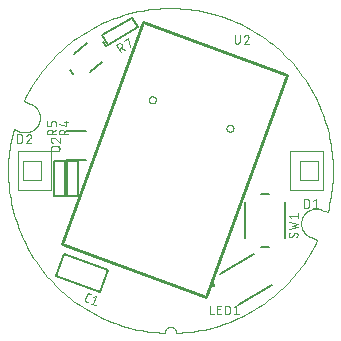
<source format=gto>
G75*
%MOIN*%
%OFA0B0*%
%FSLAX25Y25*%
%IPPOS*%
%LPD*%
%AMOC8*
5,1,8,0,0,1.08239X$1,22.5*
%
%ADD10C,0.00004*%
%ADD11C,0.00000*%
%ADD12C,0.00300*%
%ADD13C,0.01000*%
%ADD14C,0.00600*%
%ADD15C,0.00200*%
D10*
X0029475Y0069444D02*
X0031670Y0068646D01*
X0031801Y0068600D01*
X0031934Y0068558D01*
X0032068Y0068520D01*
X0032203Y0068485D01*
X0032339Y0068455D01*
X0032476Y0068428D01*
X0032613Y0068405D01*
X0032751Y0068386D01*
X0032889Y0068371D01*
X0033028Y0068360D01*
X0033167Y0068353D01*
X0033307Y0068349D01*
X0033446Y0068350D01*
X0033585Y0068354D01*
X0033724Y0068363D01*
X0033863Y0068375D01*
X0034001Y0068392D01*
X0034139Y0068412D01*
X0034276Y0068436D01*
X0034412Y0068464D01*
X0034548Y0068496D01*
X0034683Y0068532D01*
X0034816Y0068572D01*
X0034949Y0068615D01*
X0035080Y0068662D01*
X0035209Y0068713D01*
X0035338Y0068767D01*
X0035464Y0068825D01*
X0035589Y0068886D01*
X0035712Y0068951D01*
X0035834Y0069020D01*
X0035953Y0069092D01*
X0036070Y0069167D01*
X0036185Y0069246D01*
X0036298Y0069327D01*
X0036408Y0069412D01*
X0036516Y0069500D01*
X0036622Y0069591D01*
X0036724Y0069685D01*
X0036824Y0069782D01*
X0036922Y0069882D01*
X0037016Y0069984D01*
X0037108Y0070089D01*
X0037196Y0070197D01*
X0037282Y0070307D01*
X0037364Y0070419D01*
X0037443Y0070534D01*
X0037519Y0070650D01*
X0037591Y0070769D01*
X0037660Y0070890D01*
X0037726Y0071013D01*
X0037788Y0071138D01*
X0037847Y0071264D01*
X0037902Y0071392D01*
X0037953Y0071522D01*
X0038001Y0071653D01*
X0038044Y0071785D01*
X0038085Y0071918D01*
X0038121Y0072052D01*
X0038154Y0072188D01*
X0038182Y0072324D01*
X0038207Y0072461D01*
X0038228Y0072599D01*
X0038245Y0072737D01*
X0038258Y0072876D01*
X0038267Y0073015D01*
X0038273Y0073154D01*
X0038274Y0073293D01*
X0038271Y0073432D01*
X0038265Y0073572D01*
X0038254Y0073710D01*
X0038240Y0073849D01*
X0038221Y0073987D01*
X0038199Y0074125D01*
X0038173Y0074261D01*
X0038143Y0074397D01*
X0038109Y0074532D01*
X0038072Y0074667D01*
X0038030Y0074800D01*
X0037985Y0074931D01*
X0037936Y0075062D01*
X0037884Y0075191D01*
X0037828Y0075318D01*
X0037768Y0075444D01*
X0037705Y0075568D01*
X0037638Y0075690D01*
X0037568Y0075810D01*
X0037494Y0075929D01*
X0037417Y0076045D01*
X0037337Y0076159D01*
X0037254Y0076270D01*
X0037167Y0076379D01*
X0037078Y0076486D01*
X0036985Y0076590D01*
X0036890Y0076692D01*
X0036791Y0076790D01*
X0036690Y0076886D01*
X0036587Y0076979D01*
X0036480Y0077069D01*
X0036372Y0077156D01*
X0036260Y0077240D01*
X0036147Y0077321D01*
X0036031Y0077398D01*
X0035913Y0077472D01*
X0035793Y0077543D01*
X0035671Y0077611D01*
X0035548Y0077674D01*
X0035422Y0077735D01*
X0035295Y0077792D01*
X0035166Y0077845D01*
X0035036Y0077894D01*
X0035036Y0077895D02*
X0032842Y0078693D01*
X0032841Y0078694D02*
X0033420Y0079885D01*
X0034027Y0081061D01*
X0034664Y0082222D01*
X0035328Y0083368D01*
X0036020Y0084496D01*
X0036740Y0085608D01*
X0037486Y0086701D01*
X0038260Y0087776D01*
X0039059Y0088832D01*
X0039884Y0089868D01*
X0040733Y0090883D01*
X0041608Y0091877D01*
X0042506Y0092850D01*
X0043428Y0093800D01*
X0044373Y0094727D01*
X0045340Y0095631D01*
X0046330Y0096512D01*
X0047340Y0097367D01*
X0048371Y0098198D01*
X0049422Y0099003D01*
X0050492Y0099782D01*
X0051582Y0100535D01*
X0052689Y0101261D01*
X0053814Y0101960D01*
X0054955Y0102631D01*
X0056112Y0103274D01*
X0057285Y0103888D01*
X0058473Y0104474D01*
X0059674Y0105030D01*
X0060889Y0105557D01*
X0062116Y0106054D01*
X0063355Y0106521D01*
X0064605Y0106957D01*
X0065866Y0107363D01*
X0067136Y0107737D01*
X0068414Y0108081D01*
X0069701Y0108393D01*
X0070995Y0108673D01*
X0072296Y0108922D01*
X0073602Y0109139D01*
X0074913Y0109324D01*
X0076228Y0109477D01*
X0077547Y0109597D01*
X0078868Y0109686D01*
X0080190Y0109742D01*
X0081514Y0109765D01*
X0082838Y0109756D01*
X0084162Y0109715D01*
X0085484Y0109642D01*
X0086804Y0109536D01*
X0088120Y0109398D01*
X0089433Y0109228D01*
X0090742Y0109025D01*
X0092045Y0108791D01*
X0093342Y0108525D01*
X0094632Y0108227D01*
X0095915Y0107898D01*
X0097189Y0107538D01*
X0098454Y0107146D01*
X0099708Y0106724D01*
X0100953Y0106271D01*
X0102185Y0105788D01*
X0103406Y0105275D01*
X0104614Y0104732D01*
X0105808Y0104160D01*
X0106987Y0103559D01*
X0108152Y0102929D01*
X0109301Y0102270D01*
X0110433Y0101584D01*
X0111548Y0100871D01*
X0112646Y0100130D01*
X0113725Y0099363D01*
X0114785Y0098569D01*
X0115825Y0097750D01*
X0116845Y0096906D01*
X0117844Y0096037D01*
X0118821Y0095144D01*
X0119777Y0094227D01*
X0120709Y0093287D01*
X0121618Y0092324D01*
X0122504Y0091340D01*
X0123365Y0090334D01*
X0124201Y0089308D01*
X0125012Y0088261D01*
X0125797Y0087195D01*
X0126556Y0086110D01*
X0127288Y0085007D01*
X0127993Y0083886D01*
X0128670Y0082748D01*
X0129319Y0081594D01*
X0129940Y0080425D01*
X0130532Y0079240D01*
X0131095Y0078042D01*
X0131628Y0076830D01*
X0132132Y0075605D01*
X0132605Y0074369D01*
X0133048Y0073121D01*
X0133460Y0071863D01*
X0133842Y0070595D01*
X0134192Y0069318D01*
X0134511Y0068033D01*
X0134799Y0066741D01*
X0135055Y0065442D01*
X0135279Y0064137D01*
X0135471Y0062827D01*
X0135631Y0061512D01*
X0135758Y0060194D01*
X0135854Y0058874D01*
X0135917Y0057551D01*
X0135948Y0056228D01*
X0135946Y0054904D01*
X0135912Y0053580D01*
X0135846Y0052258D01*
X0135747Y0050937D01*
X0135616Y0049620D01*
X0135453Y0048306D01*
X0135258Y0046996D01*
X0135031Y0045692D01*
X0134772Y0044393D01*
X0134481Y0043102D01*
X0134159Y0041817D01*
X0131965Y0042616D01*
X0131965Y0042615D02*
X0131834Y0042661D01*
X0131701Y0042703D01*
X0131567Y0042741D01*
X0131432Y0042776D01*
X0131296Y0042806D01*
X0131159Y0042833D01*
X0131022Y0042856D01*
X0130884Y0042875D01*
X0130746Y0042890D01*
X0130607Y0042901D01*
X0130468Y0042908D01*
X0130328Y0042912D01*
X0130189Y0042911D01*
X0130050Y0042907D01*
X0129911Y0042898D01*
X0129772Y0042886D01*
X0129634Y0042869D01*
X0129496Y0042849D01*
X0129359Y0042825D01*
X0129223Y0042797D01*
X0129087Y0042765D01*
X0128952Y0042729D01*
X0128819Y0042689D01*
X0128686Y0042646D01*
X0128555Y0042599D01*
X0128426Y0042548D01*
X0128297Y0042494D01*
X0128171Y0042436D01*
X0128046Y0042375D01*
X0127923Y0042310D01*
X0127801Y0042241D01*
X0127682Y0042169D01*
X0127565Y0042094D01*
X0127450Y0042015D01*
X0127337Y0041934D01*
X0127227Y0041849D01*
X0127119Y0041761D01*
X0127013Y0041670D01*
X0126911Y0041576D01*
X0126811Y0041479D01*
X0126713Y0041379D01*
X0126619Y0041277D01*
X0126527Y0041172D01*
X0126439Y0041064D01*
X0126353Y0040954D01*
X0126271Y0040842D01*
X0126192Y0040727D01*
X0126116Y0040611D01*
X0126044Y0040492D01*
X0125975Y0040371D01*
X0125909Y0040248D01*
X0125847Y0040123D01*
X0125788Y0039997D01*
X0125733Y0039869D01*
X0125682Y0039739D01*
X0125634Y0039608D01*
X0125591Y0039476D01*
X0125550Y0039343D01*
X0125514Y0039209D01*
X0125481Y0039073D01*
X0125453Y0038937D01*
X0125428Y0038800D01*
X0125407Y0038662D01*
X0125390Y0038524D01*
X0125377Y0038385D01*
X0125368Y0038246D01*
X0125362Y0038107D01*
X0125361Y0037968D01*
X0125364Y0037829D01*
X0125370Y0037689D01*
X0125381Y0037551D01*
X0125395Y0037412D01*
X0125414Y0037274D01*
X0125436Y0037136D01*
X0125462Y0037000D01*
X0125492Y0036864D01*
X0125526Y0036729D01*
X0125563Y0036594D01*
X0125605Y0036461D01*
X0125650Y0036330D01*
X0125699Y0036199D01*
X0125751Y0036070D01*
X0125807Y0035943D01*
X0125867Y0035817D01*
X0125930Y0035693D01*
X0125997Y0035571D01*
X0126067Y0035451D01*
X0126141Y0035332D01*
X0126218Y0035216D01*
X0126298Y0035102D01*
X0126381Y0034991D01*
X0126468Y0034882D01*
X0126557Y0034775D01*
X0126650Y0034671D01*
X0126745Y0034569D01*
X0126844Y0034471D01*
X0126945Y0034375D01*
X0127048Y0034282D01*
X0127155Y0034192D01*
X0127263Y0034105D01*
X0127375Y0034021D01*
X0127488Y0033940D01*
X0127604Y0033863D01*
X0127722Y0033789D01*
X0127842Y0033718D01*
X0127964Y0033650D01*
X0128087Y0033587D01*
X0128213Y0033526D01*
X0128340Y0033469D01*
X0128469Y0033416D01*
X0128599Y0033367D01*
X0128598Y0033367D02*
X0130793Y0032568D01*
X0079849Y0001533D02*
X0078539Y0001596D01*
X0077231Y0001692D01*
X0075926Y0001818D01*
X0074624Y0001977D01*
X0073327Y0002167D01*
X0072035Y0002388D01*
X0070748Y0002641D01*
X0069468Y0002924D01*
X0068195Y0003239D01*
X0066930Y0003584D01*
X0065674Y0003960D01*
X0064427Y0004366D01*
X0063190Y0004802D01*
X0061965Y0005268D01*
X0060751Y0005764D01*
X0059549Y0006289D01*
X0058361Y0006843D01*
X0057186Y0007425D01*
X0056026Y0008036D01*
X0054881Y0008674D01*
X0053751Y0009341D01*
X0052638Y0010034D01*
X0051542Y0010754D01*
X0050464Y0011500D01*
X0049405Y0012273D01*
X0048364Y0013071D01*
X0047343Y0013893D01*
X0046342Y0014740D01*
X0045362Y0015612D01*
X0044404Y0016506D01*
X0043467Y0017424D01*
X0042553Y0018364D01*
X0041662Y0019326D01*
X0040794Y0020309D01*
X0039951Y0021313D01*
X0039132Y0022337D01*
X0038338Y0023381D01*
X0037570Y0024443D01*
X0036827Y0025524D01*
X0036111Y0026622D01*
X0035422Y0027738D01*
X0034760Y0028870D01*
X0034126Y0030017D01*
X0033520Y0031180D01*
X0032942Y0032357D01*
X0032392Y0033547D01*
X0031872Y0034751D01*
X0031381Y0035967D01*
X0030919Y0037194D01*
X0030488Y0038432D01*
X0030086Y0039681D01*
X0029715Y0040938D01*
X0029375Y0042204D01*
X0029065Y0043478D01*
X0028786Y0044760D01*
X0028538Y0046047D01*
X0028322Y0047340D01*
X0028137Y0048639D01*
X0027983Y0049941D01*
X0027861Y0051246D01*
X0027770Y0052554D01*
X0027712Y0053864D01*
X0027685Y0055175D01*
X0027690Y0056486D01*
X0027726Y0057797D01*
X0027795Y0059107D01*
X0027895Y0060414D01*
X0028026Y0061719D01*
X0028190Y0063020D01*
X0028384Y0064316D01*
X0028610Y0065608D01*
X0028868Y0066894D01*
X0029156Y0068173D01*
X0029475Y0069445D01*
X0079848Y0001533D02*
X0079852Y0001620D01*
X0079859Y0001707D01*
X0079870Y0001794D01*
X0079886Y0001880D01*
X0079904Y0001965D01*
X0079927Y0002049D01*
X0079953Y0002133D01*
X0079983Y0002215D01*
X0080017Y0002295D01*
X0080054Y0002374D01*
X0080095Y0002452D01*
X0080139Y0002527D01*
X0080186Y0002600D01*
X0080237Y0002672D01*
X0080290Y0002741D01*
X0080347Y0002807D01*
X0080407Y0002871D01*
X0080469Y0002932D01*
X0080534Y0002990D01*
X0080601Y0003046D01*
X0080671Y0003098D01*
X0080743Y0003148D01*
X0080818Y0003194D01*
X0080894Y0003236D01*
X0080972Y0003275D01*
X0081052Y0003311D01*
X0081133Y0003343D01*
X0081215Y0003372D01*
X0081299Y0003397D01*
X0081384Y0003418D01*
X0081469Y0003435D01*
X0081556Y0003449D01*
X0081643Y0003458D01*
X0081730Y0003464D01*
X0081817Y0003466D01*
X0081904Y0003464D01*
X0081991Y0003458D01*
X0082078Y0003449D01*
X0082165Y0003435D01*
X0082250Y0003418D01*
X0082335Y0003397D01*
X0082419Y0003372D01*
X0082501Y0003343D01*
X0082582Y0003311D01*
X0082662Y0003275D01*
X0082740Y0003236D01*
X0082816Y0003194D01*
X0082891Y0003148D01*
X0082963Y0003098D01*
X0083033Y0003046D01*
X0083100Y0002990D01*
X0083165Y0002932D01*
X0083227Y0002871D01*
X0083287Y0002807D01*
X0083344Y0002741D01*
X0083397Y0002672D01*
X0083448Y0002600D01*
X0083495Y0002527D01*
X0083539Y0002452D01*
X0083580Y0002374D01*
X0083617Y0002295D01*
X0083651Y0002215D01*
X0083681Y0002133D01*
X0083707Y0002049D01*
X0083730Y0001965D01*
X0083748Y0001880D01*
X0083764Y0001794D01*
X0083775Y0001707D01*
X0083782Y0001620D01*
X0083786Y0001533D01*
D11*
X0083785Y0001533D02*
X0085100Y0001597D01*
X0086413Y0001692D01*
X0087723Y0001820D01*
X0089030Y0001980D01*
X0090333Y0002171D01*
X0091630Y0002394D01*
X0092922Y0002648D01*
X0094207Y0002934D01*
X0095484Y0003251D01*
X0096754Y0003599D01*
X0098015Y0003977D01*
X0099266Y0004386D01*
X0100507Y0004826D01*
X0101737Y0005295D01*
X0102955Y0005794D01*
X0104160Y0006323D01*
X0105353Y0006881D01*
X0106531Y0007468D01*
X0107695Y0008083D01*
X0108843Y0008726D01*
X0109976Y0009397D01*
X0111092Y0010096D01*
X0112190Y0010821D01*
X0113271Y0011573D01*
X0114333Y0012351D01*
X0115376Y0013154D01*
X0116399Y0013983D01*
X0117401Y0014836D01*
X0118383Y0015713D01*
X0119343Y0016614D01*
X0120280Y0017538D01*
X0121195Y0018485D01*
X0122087Y0019453D01*
X0122955Y0020443D01*
X0123798Y0021454D01*
X0124617Y0022485D01*
X0125410Y0023535D01*
X0126178Y0024605D01*
X0126919Y0025692D01*
X0127633Y0026798D01*
X0128321Y0027921D01*
X0128981Y0029060D01*
X0129613Y0030214D01*
X0130217Y0031384D01*
X0130792Y0032568D01*
X0100451Y0069782D02*
X0100453Y0069851D01*
X0100459Y0069919D01*
X0100469Y0069987D01*
X0100483Y0070054D01*
X0100501Y0070121D01*
X0100522Y0070186D01*
X0100548Y0070250D01*
X0100577Y0070312D01*
X0100609Y0070372D01*
X0100645Y0070431D01*
X0100685Y0070487D01*
X0100727Y0070541D01*
X0100773Y0070592D01*
X0100822Y0070641D01*
X0100873Y0070687D01*
X0100927Y0070729D01*
X0100983Y0070769D01*
X0101041Y0070805D01*
X0101102Y0070837D01*
X0101164Y0070866D01*
X0101228Y0070892D01*
X0101293Y0070913D01*
X0101360Y0070931D01*
X0101427Y0070945D01*
X0101495Y0070955D01*
X0101563Y0070961D01*
X0101632Y0070963D01*
X0101701Y0070961D01*
X0101769Y0070955D01*
X0101837Y0070945D01*
X0101904Y0070931D01*
X0101971Y0070913D01*
X0102036Y0070892D01*
X0102100Y0070866D01*
X0102162Y0070837D01*
X0102222Y0070805D01*
X0102281Y0070769D01*
X0102337Y0070729D01*
X0102391Y0070687D01*
X0102442Y0070641D01*
X0102491Y0070592D01*
X0102537Y0070541D01*
X0102579Y0070487D01*
X0102619Y0070431D01*
X0102655Y0070372D01*
X0102687Y0070312D01*
X0102716Y0070250D01*
X0102742Y0070186D01*
X0102763Y0070121D01*
X0102781Y0070054D01*
X0102795Y0069987D01*
X0102805Y0069919D01*
X0102811Y0069851D01*
X0102813Y0069782D01*
X0102811Y0069713D01*
X0102805Y0069645D01*
X0102795Y0069577D01*
X0102781Y0069510D01*
X0102763Y0069443D01*
X0102742Y0069378D01*
X0102716Y0069314D01*
X0102687Y0069252D01*
X0102655Y0069191D01*
X0102619Y0069133D01*
X0102579Y0069077D01*
X0102537Y0069023D01*
X0102491Y0068972D01*
X0102442Y0068923D01*
X0102391Y0068877D01*
X0102337Y0068835D01*
X0102281Y0068795D01*
X0102223Y0068759D01*
X0102162Y0068727D01*
X0102100Y0068698D01*
X0102036Y0068672D01*
X0101971Y0068651D01*
X0101904Y0068633D01*
X0101837Y0068619D01*
X0101769Y0068609D01*
X0101701Y0068603D01*
X0101632Y0068601D01*
X0101563Y0068603D01*
X0101495Y0068609D01*
X0101427Y0068619D01*
X0101360Y0068633D01*
X0101293Y0068651D01*
X0101228Y0068672D01*
X0101164Y0068698D01*
X0101102Y0068727D01*
X0101041Y0068759D01*
X0100983Y0068795D01*
X0100927Y0068835D01*
X0100873Y0068877D01*
X0100822Y0068923D01*
X0100773Y0068972D01*
X0100727Y0069023D01*
X0100685Y0069077D01*
X0100645Y0069133D01*
X0100609Y0069191D01*
X0100577Y0069252D01*
X0100548Y0069314D01*
X0100522Y0069378D01*
X0100501Y0069443D01*
X0100483Y0069510D01*
X0100469Y0069577D01*
X0100459Y0069645D01*
X0100453Y0069713D01*
X0100451Y0069782D01*
X0074554Y0079208D02*
X0074556Y0079277D01*
X0074562Y0079345D01*
X0074572Y0079413D01*
X0074586Y0079480D01*
X0074604Y0079547D01*
X0074625Y0079612D01*
X0074651Y0079676D01*
X0074680Y0079738D01*
X0074712Y0079798D01*
X0074748Y0079857D01*
X0074788Y0079913D01*
X0074830Y0079967D01*
X0074876Y0080018D01*
X0074925Y0080067D01*
X0074976Y0080113D01*
X0075030Y0080155D01*
X0075086Y0080195D01*
X0075144Y0080231D01*
X0075205Y0080263D01*
X0075267Y0080292D01*
X0075331Y0080318D01*
X0075396Y0080339D01*
X0075463Y0080357D01*
X0075530Y0080371D01*
X0075598Y0080381D01*
X0075666Y0080387D01*
X0075735Y0080389D01*
X0075804Y0080387D01*
X0075872Y0080381D01*
X0075940Y0080371D01*
X0076007Y0080357D01*
X0076074Y0080339D01*
X0076139Y0080318D01*
X0076203Y0080292D01*
X0076265Y0080263D01*
X0076325Y0080231D01*
X0076384Y0080195D01*
X0076440Y0080155D01*
X0076494Y0080113D01*
X0076545Y0080067D01*
X0076594Y0080018D01*
X0076640Y0079967D01*
X0076682Y0079913D01*
X0076722Y0079857D01*
X0076758Y0079798D01*
X0076790Y0079738D01*
X0076819Y0079676D01*
X0076845Y0079612D01*
X0076866Y0079547D01*
X0076884Y0079480D01*
X0076898Y0079413D01*
X0076908Y0079345D01*
X0076914Y0079277D01*
X0076916Y0079208D01*
X0076914Y0079139D01*
X0076908Y0079071D01*
X0076898Y0079003D01*
X0076884Y0078936D01*
X0076866Y0078869D01*
X0076845Y0078804D01*
X0076819Y0078740D01*
X0076790Y0078678D01*
X0076758Y0078617D01*
X0076722Y0078559D01*
X0076682Y0078503D01*
X0076640Y0078449D01*
X0076594Y0078398D01*
X0076545Y0078349D01*
X0076494Y0078303D01*
X0076440Y0078261D01*
X0076384Y0078221D01*
X0076326Y0078185D01*
X0076265Y0078153D01*
X0076203Y0078124D01*
X0076139Y0078098D01*
X0076074Y0078077D01*
X0076007Y0078059D01*
X0075940Y0078045D01*
X0075872Y0078035D01*
X0075804Y0078029D01*
X0075735Y0078027D01*
X0075666Y0078029D01*
X0075598Y0078035D01*
X0075530Y0078045D01*
X0075463Y0078059D01*
X0075396Y0078077D01*
X0075331Y0078098D01*
X0075267Y0078124D01*
X0075205Y0078153D01*
X0075144Y0078185D01*
X0075086Y0078221D01*
X0075030Y0078261D01*
X0074976Y0078303D01*
X0074925Y0078349D01*
X0074876Y0078398D01*
X0074830Y0078449D01*
X0074788Y0078503D01*
X0074748Y0078559D01*
X0074712Y0078617D01*
X0074680Y0078678D01*
X0074651Y0078740D01*
X0074625Y0078804D01*
X0074604Y0078869D01*
X0074586Y0078936D01*
X0074572Y0079003D01*
X0074562Y0079071D01*
X0074556Y0079139D01*
X0074554Y0079208D01*
D12*
X0065150Y0095038D02*
X0063700Y0097550D01*
X0064397Y0097952D01*
X0064397Y0097953D02*
X0064447Y0097979D01*
X0064498Y0098002D01*
X0064551Y0098022D01*
X0064605Y0098037D01*
X0064660Y0098049D01*
X0064716Y0098057D01*
X0064772Y0098061D01*
X0064828Y0098061D01*
X0064884Y0098057D01*
X0064940Y0098049D01*
X0064995Y0098037D01*
X0065049Y0098022D01*
X0065102Y0098002D01*
X0065153Y0097979D01*
X0065203Y0097953D01*
X0065251Y0097923D01*
X0065296Y0097890D01*
X0065339Y0097854D01*
X0065380Y0097815D01*
X0065417Y0097773D01*
X0065452Y0097729D01*
X0065484Y0097682D01*
X0065512Y0097633D01*
X0065536Y0097583D01*
X0065557Y0097531D01*
X0065575Y0097477D01*
X0065588Y0097423D01*
X0065598Y0097367D01*
X0065604Y0097311D01*
X0065606Y0097255D01*
X0065604Y0097199D01*
X0065598Y0097143D01*
X0065588Y0097087D01*
X0065575Y0097033D01*
X0065557Y0096979D01*
X0065536Y0096927D01*
X0065512Y0096877D01*
X0065484Y0096828D01*
X0065452Y0096781D01*
X0065417Y0096737D01*
X0065380Y0096695D01*
X0065339Y0096656D01*
X0065296Y0096620D01*
X0065251Y0096587D01*
X0065203Y0096557D01*
X0064505Y0096154D01*
X0065343Y0096638D02*
X0066545Y0095844D01*
X0068324Y0096871D02*
X0067572Y0099785D01*
X0066177Y0098980D01*
X0066338Y0098700D01*
X0046959Y0072154D02*
X0046959Y0070543D01*
X0044703Y0071187D01*
X0043666Y0071510D02*
X0043666Y0070543D01*
X0043666Y0071510D02*
X0043664Y0071558D01*
X0043659Y0071606D01*
X0043650Y0071653D01*
X0043637Y0071700D01*
X0043621Y0071745D01*
X0043602Y0071789D01*
X0043580Y0071832D01*
X0043554Y0071873D01*
X0043525Y0071912D01*
X0043494Y0071948D01*
X0043460Y0071982D01*
X0043424Y0072013D01*
X0043385Y0072042D01*
X0043344Y0072068D01*
X0043301Y0072090D01*
X0043257Y0072109D01*
X0043212Y0072125D01*
X0043165Y0072138D01*
X0043118Y0072147D01*
X0043070Y0072152D01*
X0043022Y0072154D01*
X0042700Y0072154D01*
X0042649Y0072152D01*
X0042599Y0072146D01*
X0042550Y0072136D01*
X0042501Y0072122D01*
X0042454Y0072105D01*
X0042408Y0072084D01*
X0042364Y0072059D01*
X0042321Y0072031D01*
X0042282Y0072000D01*
X0042245Y0071965D01*
X0042210Y0071928D01*
X0042179Y0071889D01*
X0042151Y0071846D01*
X0042126Y0071802D01*
X0042105Y0071756D01*
X0042088Y0071709D01*
X0042074Y0071660D01*
X0042064Y0071611D01*
X0042058Y0071561D01*
X0042056Y0071510D01*
X0042055Y0071510D02*
X0042055Y0070543D01*
X0040766Y0070543D01*
X0040766Y0072154D01*
X0042378Y0068650D02*
X0043666Y0069294D01*
X0044703Y0068489D02*
X0044703Y0067683D01*
X0047603Y0067683D01*
X0046315Y0067683D02*
X0046315Y0068489D01*
X0046315Y0068650D02*
X0047603Y0069294D01*
X0046315Y0068489D02*
X0046313Y0068544D01*
X0046307Y0068599D01*
X0046298Y0068653D01*
X0046285Y0068706D01*
X0046268Y0068759D01*
X0046248Y0068810D01*
X0046225Y0068860D01*
X0046198Y0068908D01*
X0046167Y0068954D01*
X0046134Y0068998D01*
X0046098Y0069039D01*
X0046059Y0069078D01*
X0046018Y0069114D01*
X0045974Y0069147D01*
X0045928Y0069178D01*
X0045880Y0069205D01*
X0045830Y0069228D01*
X0045779Y0069248D01*
X0045726Y0069265D01*
X0045673Y0069278D01*
X0045619Y0069287D01*
X0045564Y0069293D01*
X0045509Y0069295D01*
X0045454Y0069293D01*
X0045399Y0069287D01*
X0045345Y0069278D01*
X0045292Y0069265D01*
X0045239Y0069248D01*
X0045188Y0069228D01*
X0045138Y0069205D01*
X0045090Y0069178D01*
X0045044Y0069147D01*
X0045000Y0069114D01*
X0044959Y0069078D01*
X0044920Y0069039D01*
X0044884Y0068998D01*
X0044851Y0068954D01*
X0044820Y0068908D01*
X0044793Y0068860D01*
X0044770Y0068810D01*
X0044750Y0068759D01*
X0044733Y0068706D01*
X0044720Y0068653D01*
X0044711Y0068599D01*
X0044705Y0068544D01*
X0044703Y0068489D01*
X0043666Y0067683D02*
X0040766Y0067683D01*
X0040766Y0068489D01*
X0040768Y0068544D01*
X0040774Y0068599D01*
X0040783Y0068653D01*
X0040796Y0068706D01*
X0040813Y0068759D01*
X0040833Y0068810D01*
X0040856Y0068860D01*
X0040883Y0068908D01*
X0040914Y0068954D01*
X0040947Y0068998D01*
X0040983Y0069039D01*
X0041022Y0069078D01*
X0041063Y0069114D01*
X0041107Y0069147D01*
X0041153Y0069178D01*
X0041201Y0069205D01*
X0041251Y0069228D01*
X0041302Y0069248D01*
X0041355Y0069265D01*
X0041408Y0069278D01*
X0041462Y0069287D01*
X0041517Y0069293D01*
X0041572Y0069295D01*
X0041627Y0069293D01*
X0041682Y0069287D01*
X0041736Y0069278D01*
X0041789Y0069265D01*
X0041842Y0069248D01*
X0041893Y0069228D01*
X0041943Y0069205D01*
X0041991Y0069178D01*
X0042037Y0069147D01*
X0042081Y0069114D01*
X0042122Y0069078D01*
X0042161Y0069039D01*
X0042197Y0068998D01*
X0042230Y0068954D01*
X0042261Y0068908D01*
X0042288Y0068860D01*
X0042311Y0068810D01*
X0042331Y0068759D01*
X0042348Y0068706D01*
X0042361Y0068653D01*
X0042370Y0068599D01*
X0042376Y0068544D01*
X0042378Y0068489D01*
X0042378Y0067683D01*
X0042053Y0062127D02*
X0031030Y0062127D01*
X0031030Y0049135D01*
X0042053Y0049135D01*
X0042053Y0062127D01*
X0038510Y0058780D02*
X0032605Y0058780D01*
X0032605Y0052481D01*
X0038510Y0052481D01*
X0038510Y0058780D01*
X0035373Y0064836D02*
X0033762Y0064836D01*
X0035132Y0066447D01*
X0034648Y0067735D02*
X0034589Y0067733D01*
X0034531Y0067728D01*
X0034473Y0067718D01*
X0034416Y0067706D01*
X0034360Y0067689D01*
X0034305Y0067670D01*
X0034251Y0067646D01*
X0034199Y0067620D01*
X0034149Y0067590D01*
X0034100Y0067557D01*
X0034054Y0067521D01*
X0034010Y0067482D01*
X0033969Y0067441D01*
X0033930Y0067397D01*
X0033894Y0067351D01*
X0033862Y0067302D01*
X0033832Y0067252D01*
X0033805Y0067200D01*
X0033782Y0067146D01*
X0033762Y0067091D01*
X0035131Y0066447D02*
X0035168Y0066484D01*
X0035202Y0066524D01*
X0035234Y0066566D01*
X0035262Y0066611D01*
X0035288Y0066657D01*
X0035310Y0066704D01*
X0035329Y0066753D01*
X0035345Y0066803D01*
X0035357Y0066854D01*
X0035366Y0066906D01*
X0035371Y0066958D01*
X0035373Y0067011D01*
X0035371Y0067063D01*
X0035366Y0067114D01*
X0035356Y0067165D01*
X0035344Y0067215D01*
X0035327Y0067264D01*
X0035307Y0067312D01*
X0035284Y0067358D01*
X0035258Y0067403D01*
X0035228Y0067445D01*
X0035196Y0067486D01*
X0035161Y0067524D01*
X0035123Y0067559D01*
X0035082Y0067591D01*
X0035040Y0067621D01*
X0034995Y0067647D01*
X0034949Y0067670D01*
X0034901Y0067690D01*
X0034852Y0067707D01*
X0034802Y0067719D01*
X0034751Y0067729D01*
X0034700Y0067734D01*
X0034648Y0067736D01*
X0032397Y0066930D02*
X0032397Y0065641D01*
X0032398Y0065641D02*
X0032396Y0065586D01*
X0032390Y0065531D01*
X0032381Y0065477D01*
X0032368Y0065424D01*
X0032351Y0065371D01*
X0032331Y0065320D01*
X0032308Y0065270D01*
X0032281Y0065222D01*
X0032250Y0065176D01*
X0032217Y0065132D01*
X0032181Y0065091D01*
X0032142Y0065052D01*
X0032101Y0065016D01*
X0032057Y0064983D01*
X0032011Y0064952D01*
X0031963Y0064925D01*
X0031913Y0064902D01*
X0031862Y0064882D01*
X0031809Y0064865D01*
X0031756Y0064852D01*
X0031702Y0064843D01*
X0031647Y0064837D01*
X0031592Y0064835D01*
X0031592Y0064836D02*
X0030786Y0064836D01*
X0030786Y0067736D01*
X0031592Y0067736D01*
X0031647Y0067734D01*
X0031702Y0067728D01*
X0031756Y0067719D01*
X0031809Y0067706D01*
X0031862Y0067689D01*
X0031913Y0067669D01*
X0031963Y0067646D01*
X0032011Y0067619D01*
X0032057Y0067588D01*
X0032101Y0067555D01*
X0032142Y0067519D01*
X0032181Y0067480D01*
X0032217Y0067439D01*
X0032250Y0067395D01*
X0032281Y0067349D01*
X0032308Y0067301D01*
X0032331Y0067251D01*
X0032351Y0067200D01*
X0032368Y0067147D01*
X0032381Y0067094D01*
X0032390Y0067040D01*
X0032396Y0066985D01*
X0032398Y0066930D01*
X0046315Y0071671D02*
X0047603Y0071671D01*
X0103227Y0098712D02*
X0103227Y0100807D01*
X0104838Y0100807D02*
X0104838Y0098712D01*
X0104839Y0098712D02*
X0104837Y0098657D01*
X0104831Y0098602D01*
X0104822Y0098548D01*
X0104809Y0098495D01*
X0104792Y0098442D01*
X0104772Y0098391D01*
X0104749Y0098341D01*
X0104722Y0098293D01*
X0104691Y0098247D01*
X0104658Y0098203D01*
X0104622Y0098162D01*
X0104583Y0098123D01*
X0104542Y0098087D01*
X0104498Y0098054D01*
X0104452Y0098023D01*
X0104404Y0097996D01*
X0104354Y0097973D01*
X0104303Y0097953D01*
X0104250Y0097936D01*
X0104197Y0097923D01*
X0104143Y0097914D01*
X0104088Y0097908D01*
X0104033Y0097906D01*
X0103978Y0097908D01*
X0103923Y0097914D01*
X0103869Y0097923D01*
X0103816Y0097936D01*
X0103763Y0097953D01*
X0103712Y0097973D01*
X0103662Y0097996D01*
X0103614Y0098023D01*
X0103568Y0098054D01*
X0103524Y0098087D01*
X0103483Y0098123D01*
X0103444Y0098162D01*
X0103408Y0098203D01*
X0103375Y0098247D01*
X0103344Y0098293D01*
X0103317Y0098341D01*
X0103294Y0098391D01*
X0103274Y0098442D01*
X0103257Y0098495D01*
X0103244Y0098548D01*
X0103235Y0098602D01*
X0103229Y0098657D01*
X0103227Y0098712D01*
X0106203Y0097907D02*
X0107814Y0097907D01*
X0106203Y0097907D02*
X0107572Y0099518D01*
X0107089Y0100806D02*
X0107030Y0100804D01*
X0106972Y0100799D01*
X0106914Y0100789D01*
X0106857Y0100777D01*
X0106801Y0100760D01*
X0106746Y0100741D01*
X0106692Y0100717D01*
X0106640Y0100691D01*
X0106590Y0100661D01*
X0106541Y0100628D01*
X0106495Y0100592D01*
X0106451Y0100553D01*
X0106410Y0100512D01*
X0106371Y0100468D01*
X0106335Y0100422D01*
X0106303Y0100373D01*
X0106273Y0100323D01*
X0106246Y0100271D01*
X0106223Y0100217D01*
X0106203Y0100162D01*
X0107572Y0099518D02*
X0107609Y0099555D01*
X0107643Y0099595D01*
X0107675Y0099637D01*
X0107703Y0099682D01*
X0107729Y0099728D01*
X0107751Y0099775D01*
X0107770Y0099824D01*
X0107786Y0099874D01*
X0107798Y0099925D01*
X0107807Y0099977D01*
X0107812Y0100029D01*
X0107814Y0100082D01*
X0107812Y0100134D01*
X0107807Y0100185D01*
X0107797Y0100236D01*
X0107785Y0100286D01*
X0107768Y0100335D01*
X0107748Y0100383D01*
X0107725Y0100429D01*
X0107699Y0100474D01*
X0107669Y0100516D01*
X0107637Y0100557D01*
X0107602Y0100595D01*
X0107564Y0100630D01*
X0107523Y0100662D01*
X0107481Y0100692D01*
X0107436Y0100718D01*
X0107390Y0100741D01*
X0107342Y0100761D01*
X0107293Y0100778D01*
X0107243Y0100790D01*
X0107192Y0100800D01*
X0107141Y0100805D01*
X0107089Y0100807D01*
X0121581Y0062127D02*
X0121581Y0049135D01*
X0132605Y0049135D01*
X0132605Y0062127D01*
X0121581Y0062127D01*
X0125124Y0058780D02*
X0125124Y0052481D01*
X0131030Y0052481D01*
X0131030Y0058780D01*
X0125124Y0058780D01*
X0126455Y0046082D02*
X0127261Y0046082D01*
X0127261Y0046083D02*
X0127316Y0046081D01*
X0127371Y0046075D01*
X0127425Y0046066D01*
X0127478Y0046053D01*
X0127531Y0046036D01*
X0127582Y0046016D01*
X0127632Y0045993D01*
X0127680Y0045966D01*
X0127726Y0045935D01*
X0127770Y0045902D01*
X0127811Y0045866D01*
X0127850Y0045827D01*
X0127886Y0045786D01*
X0127919Y0045742D01*
X0127950Y0045696D01*
X0127977Y0045648D01*
X0128000Y0045598D01*
X0128020Y0045547D01*
X0128037Y0045494D01*
X0128050Y0045441D01*
X0128059Y0045387D01*
X0128065Y0045332D01*
X0128067Y0045277D01*
X0128066Y0045277D02*
X0128066Y0043988D01*
X0128067Y0043988D02*
X0128065Y0043933D01*
X0128059Y0043878D01*
X0128050Y0043824D01*
X0128037Y0043771D01*
X0128020Y0043718D01*
X0128000Y0043667D01*
X0127977Y0043617D01*
X0127950Y0043569D01*
X0127919Y0043523D01*
X0127886Y0043479D01*
X0127850Y0043438D01*
X0127811Y0043399D01*
X0127770Y0043363D01*
X0127726Y0043330D01*
X0127680Y0043299D01*
X0127632Y0043272D01*
X0127582Y0043249D01*
X0127531Y0043229D01*
X0127478Y0043212D01*
X0127425Y0043199D01*
X0127371Y0043190D01*
X0127316Y0043184D01*
X0127261Y0043182D01*
X0126455Y0043182D01*
X0126455Y0046082D01*
X0129431Y0045438D02*
X0130237Y0046082D01*
X0130237Y0043182D01*
X0131042Y0043182D02*
X0129431Y0043182D01*
X0124187Y0041383D02*
X0124187Y0039772D01*
X0124187Y0040577D02*
X0121287Y0040577D01*
X0121931Y0039772D01*
X0121287Y0038602D02*
X0124187Y0037958D01*
X0122254Y0037313D01*
X0124187Y0036669D01*
X0121287Y0036024D01*
X0122495Y0033742D02*
X0122469Y0033702D01*
X0122440Y0033663D01*
X0122408Y0033626D01*
X0122373Y0033592D01*
X0122336Y0033561D01*
X0122297Y0033532D01*
X0122256Y0033506D01*
X0122213Y0033484D01*
X0122168Y0033465D01*
X0122122Y0033449D01*
X0122076Y0033436D01*
X0122028Y0033427D01*
X0121980Y0033422D01*
X0121931Y0033420D01*
X0121931Y0033421D02*
X0121883Y0033423D01*
X0121835Y0033428D01*
X0121788Y0033437D01*
X0121741Y0033450D01*
X0121696Y0033466D01*
X0121652Y0033485D01*
X0121609Y0033507D01*
X0121568Y0033533D01*
X0121529Y0033562D01*
X0121493Y0033593D01*
X0121459Y0033627D01*
X0121428Y0033663D01*
X0121399Y0033702D01*
X0121373Y0033743D01*
X0121351Y0033786D01*
X0121332Y0033830D01*
X0121316Y0033875D01*
X0121303Y0033922D01*
X0121294Y0033969D01*
X0121289Y0034017D01*
X0121287Y0034065D01*
X0121289Y0034130D01*
X0121294Y0034194D01*
X0121303Y0034259D01*
X0121315Y0034322D01*
X0121330Y0034385D01*
X0121349Y0034447D01*
X0121371Y0034508D01*
X0121396Y0034567D01*
X0121425Y0034626D01*
X0121457Y0034682D01*
X0121491Y0034737D01*
X0121529Y0034790D01*
X0123783Y0033340D02*
X0123833Y0033391D01*
X0123880Y0033446D01*
X0123923Y0033502D01*
X0123964Y0033561D01*
X0124002Y0033622D01*
X0124036Y0033685D01*
X0124067Y0033750D01*
X0124095Y0033816D01*
X0124119Y0033883D01*
X0124139Y0033952D01*
X0124156Y0034022D01*
X0124169Y0034092D01*
X0124178Y0034163D01*
X0124184Y0034234D01*
X0124186Y0034306D01*
X0124184Y0034354D01*
X0124179Y0034402D01*
X0124170Y0034449D01*
X0124157Y0034496D01*
X0124141Y0034541D01*
X0124122Y0034585D01*
X0124100Y0034628D01*
X0124074Y0034669D01*
X0124045Y0034708D01*
X0124014Y0034744D01*
X0123980Y0034778D01*
X0123944Y0034809D01*
X0123905Y0034838D01*
X0123864Y0034864D01*
X0123821Y0034886D01*
X0123777Y0034905D01*
X0123732Y0034921D01*
X0123685Y0034934D01*
X0123638Y0034943D01*
X0123590Y0034948D01*
X0123542Y0034950D01*
X0122979Y0034629D02*
X0122495Y0033743D01*
X0122978Y0034629D02*
X0123004Y0034669D01*
X0123033Y0034708D01*
X0123065Y0034745D01*
X0123100Y0034779D01*
X0123137Y0034810D01*
X0123176Y0034839D01*
X0123217Y0034865D01*
X0123260Y0034887D01*
X0123305Y0034906D01*
X0123351Y0034922D01*
X0123397Y0034935D01*
X0123445Y0034944D01*
X0123493Y0034949D01*
X0123542Y0034951D01*
X0103727Y0010649D02*
X0103727Y0007749D01*
X0104532Y0007749D02*
X0102921Y0007749D01*
X0101556Y0008555D02*
X0101556Y0009844D01*
X0101557Y0009844D02*
X0101555Y0009899D01*
X0101549Y0009954D01*
X0101540Y0010008D01*
X0101527Y0010061D01*
X0101510Y0010114D01*
X0101490Y0010165D01*
X0101467Y0010215D01*
X0101440Y0010263D01*
X0101409Y0010309D01*
X0101376Y0010353D01*
X0101340Y0010394D01*
X0101301Y0010433D01*
X0101260Y0010469D01*
X0101216Y0010502D01*
X0101170Y0010533D01*
X0101122Y0010560D01*
X0101072Y0010583D01*
X0101021Y0010603D01*
X0100968Y0010620D01*
X0100915Y0010633D01*
X0100861Y0010642D01*
X0100806Y0010648D01*
X0100751Y0010650D01*
X0100751Y0010649D02*
X0099945Y0010649D01*
X0099945Y0007749D01*
X0100751Y0007749D01*
X0100806Y0007751D01*
X0100861Y0007757D01*
X0100915Y0007766D01*
X0100968Y0007779D01*
X0101021Y0007796D01*
X0101072Y0007816D01*
X0101122Y0007839D01*
X0101170Y0007866D01*
X0101216Y0007897D01*
X0101260Y0007930D01*
X0101301Y0007966D01*
X0101340Y0008005D01*
X0101376Y0008046D01*
X0101409Y0008090D01*
X0101440Y0008136D01*
X0101467Y0008184D01*
X0101490Y0008234D01*
X0101510Y0008285D01*
X0101527Y0008338D01*
X0101540Y0008391D01*
X0101549Y0008445D01*
X0101555Y0008500D01*
X0101557Y0008555D01*
X0102921Y0010005D02*
X0103727Y0010649D01*
X0098744Y0010649D02*
X0097455Y0010649D01*
X0097455Y0007749D01*
X0098744Y0007749D01*
X0098422Y0009360D02*
X0097455Y0009360D01*
X0096248Y0007749D02*
X0094959Y0007749D01*
X0094959Y0010649D01*
X0057049Y0013755D02*
X0056058Y0011029D01*
X0055301Y0011305D02*
X0056815Y0010754D01*
X0054248Y0011688D02*
X0053642Y0011909D01*
X0053643Y0011909D02*
X0053598Y0011927D01*
X0053555Y0011948D01*
X0053514Y0011973D01*
X0053474Y0012001D01*
X0053437Y0012031D01*
X0053402Y0012064D01*
X0053370Y0012100D01*
X0053340Y0012138D01*
X0053313Y0012178D01*
X0053290Y0012220D01*
X0053270Y0012264D01*
X0053253Y0012309D01*
X0053239Y0012355D01*
X0053229Y0012402D01*
X0053222Y0012450D01*
X0053219Y0012498D01*
X0053220Y0012546D01*
X0053224Y0012594D01*
X0053232Y0012642D01*
X0053243Y0012688D01*
X0053258Y0012734D01*
X0053257Y0012734D02*
X0053808Y0014248D01*
X0053809Y0014248D02*
X0053827Y0014293D01*
X0053848Y0014336D01*
X0053873Y0014377D01*
X0053901Y0014417D01*
X0053931Y0014454D01*
X0053964Y0014489D01*
X0054000Y0014521D01*
X0054038Y0014551D01*
X0054078Y0014578D01*
X0054120Y0014601D01*
X0054164Y0014621D01*
X0054209Y0014638D01*
X0054255Y0014652D01*
X0054302Y0014662D01*
X0054350Y0014669D01*
X0054398Y0014672D01*
X0054446Y0014671D01*
X0054494Y0014667D01*
X0054542Y0014659D01*
X0054588Y0014648D01*
X0054634Y0014633D01*
X0054634Y0014634D02*
X0055240Y0014413D01*
X0056072Y0013424D02*
X0057049Y0013755D01*
D13*
X0045614Y0031102D02*
X0072545Y0105093D01*
X0120713Y0087561D01*
X0093783Y0013570D01*
X0045614Y0031102D01*
D14*
X0046314Y0027672D02*
X0043667Y0020399D01*
X0058265Y0015085D01*
X0060913Y0022359D01*
X0046314Y0027672D01*
X0046711Y0047076D02*
X0042908Y0047076D01*
X0042908Y0058674D01*
X0046711Y0058674D01*
X0046711Y0047076D01*
X0047238Y0047076D02*
X0047238Y0058674D01*
X0051042Y0058674D01*
X0051042Y0047076D01*
X0047238Y0047076D01*
X0047121Y0059098D02*
X0053521Y0059098D01*
X0053521Y0068698D02*
X0047121Y0068698D01*
X0049370Y0087963D02*
X0048341Y0089189D01*
X0049731Y0094533D02*
X0053868Y0098004D01*
X0058915Y0100835D02*
X0068960Y0106634D01*
X0070861Y0103340D01*
X0060817Y0097541D01*
X0058915Y0100835D01*
X0059372Y0098445D02*
X0060401Y0097219D01*
X0059010Y0091875D02*
X0054874Y0088404D01*
X0106513Y0045195D02*
X0106513Y0032995D01*
X0109730Y0027906D02*
X0098298Y0021306D01*
X0096417Y0017565D02*
X0096398Y0017593D01*
X0096377Y0017619D01*
X0096353Y0017642D01*
X0096326Y0017663D01*
X0096297Y0017680D01*
X0096267Y0017694D01*
X0096235Y0017705D01*
X0096202Y0017712D01*
X0096168Y0017715D01*
X0096135Y0017714D01*
X0096101Y0017710D01*
X0096069Y0017702D01*
X0096037Y0017690D01*
X0096007Y0017675D01*
X0095979Y0017656D01*
X0095953Y0017635D01*
X0095930Y0017611D01*
X0095909Y0017584D01*
X0095892Y0017555D01*
X0095878Y0017525D01*
X0095867Y0017493D01*
X0095860Y0017460D01*
X0095857Y0017426D01*
X0095858Y0017393D01*
X0095862Y0017359D01*
X0095870Y0017327D01*
X0095882Y0017295D01*
X0095897Y0017265D01*
X0095916Y0017237D01*
X0095937Y0017211D01*
X0095961Y0017188D01*
X0095988Y0017167D01*
X0096017Y0017150D01*
X0096047Y0017136D01*
X0096079Y0017125D01*
X0096112Y0017118D01*
X0096146Y0017115D01*
X0096179Y0017116D01*
X0096213Y0017120D01*
X0096245Y0017128D01*
X0096277Y0017140D01*
X0096307Y0017155D01*
X0096335Y0017174D01*
X0096361Y0017195D01*
X0096384Y0017219D01*
X0096405Y0017246D01*
X0096422Y0017275D01*
X0096436Y0017305D01*
X0096447Y0017337D01*
X0096454Y0017370D01*
X0096457Y0017404D01*
X0096456Y0017437D01*
X0096452Y0017471D01*
X0096444Y0017503D01*
X0096432Y0017535D01*
X0096417Y0017565D01*
X0104298Y0010914D02*
X0115730Y0017514D01*
X0114713Y0030295D02*
X0111913Y0030295D01*
X0120113Y0032995D02*
X0120113Y0045195D01*
X0114713Y0047895D02*
X0111913Y0047895D01*
D15*
X0044847Y0064122D02*
X0044180Y0063455D01*
X0044014Y0063789D02*
X0042680Y0063789D01*
X0042680Y0063788D02*
X0042623Y0063786D01*
X0042567Y0063780D01*
X0042511Y0063771D01*
X0042455Y0063757D01*
X0042401Y0063740D01*
X0042348Y0063719D01*
X0042297Y0063695D01*
X0042247Y0063667D01*
X0042200Y0063636D01*
X0042154Y0063601D01*
X0042111Y0063564D01*
X0042071Y0063524D01*
X0042034Y0063481D01*
X0041999Y0063435D01*
X0041968Y0063388D01*
X0041940Y0063338D01*
X0041916Y0063287D01*
X0041895Y0063234D01*
X0041878Y0063180D01*
X0041864Y0063124D01*
X0041855Y0063068D01*
X0041849Y0063012D01*
X0041847Y0062955D01*
X0041849Y0062898D01*
X0041855Y0062842D01*
X0041864Y0062786D01*
X0041878Y0062730D01*
X0041895Y0062676D01*
X0041916Y0062623D01*
X0041940Y0062572D01*
X0041968Y0062522D01*
X0041999Y0062475D01*
X0042034Y0062429D01*
X0042071Y0062386D01*
X0042111Y0062346D01*
X0042154Y0062309D01*
X0042200Y0062274D01*
X0042247Y0062243D01*
X0042297Y0062215D01*
X0042348Y0062191D01*
X0042401Y0062170D01*
X0042455Y0062153D01*
X0042511Y0062139D01*
X0042567Y0062130D01*
X0042623Y0062124D01*
X0042680Y0062122D01*
X0044014Y0062122D01*
X0044071Y0062124D01*
X0044127Y0062130D01*
X0044183Y0062139D01*
X0044239Y0062153D01*
X0044293Y0062170D01*
X0044346Y0062191D01*
X0044397Y0062215D01*
X0044447Y0062243D01*
X0044494Y0062274D01*
X0044540Y0062309D01*
X0044583Y0062346D01*
X0044623Y0062386D01*
X0044660Y0062429D01*
X0044695Y0062475D01*
X0044726Y0062522D01*
X0044754Y0062572D01*
X0044778Y0062623D01*
X0044799Y0062676D01*
X0044816Y0062730D01*
X0044830Y0062786D01*
X0044839Y0062842D01*
X0044845Y0062898D01*
X0044847Y0062955D01*
X0044845Y0063012D01*
X0044839Y0063068D01*
X0044830Y0063124D01*
X0044816Y0063180D01*
X0044799Y0063234D01*
X0044778Y0063287D01*
X0044754Y0063338D01*
X0044726Y0063388D01*
X0044695Y0063435D01*
X0044660Y0063481D01*
X0044623Y0063524D01*
X0044583Y0063564D01*
X0044540Y0063601D01*
X0044494Y0063636D01*
X0044447Y0063667D01*
X0044397Y0063695D01*
X0044346Y0063719D01*
X0044293Y0063740D01*
X0044239Y0063757D01*
X0044183Y0063771D01*
X0044127Y0063780D01*
X0044071Y0063786D01*
X0044014Y0063788D01*
X0044847Y0064948D02*
X0044847Y0066615D01*
X0044847Y0064948D02*
X0043180Y0066365D01*
X0041847Y0065865D02*
X0041849Y0065804D01*
X0041855Y0065744D01*
X0041864Y0065684D01*
X0041877Y0065625D01*
X0041894Y0065567D01*
X0041915Y0065510D01*
X0041939Y0065454D01*
X0041966Y0065400D01*
X0041997Y0065348D01*
X0042031Y0065298D01*
X0042069Y0065250D01*
X0042109Y0065205D01*
X0042152Y0065162D01*
X0042197Y0065122D01*
X0042245Y0065085D01*
X0042295Y0065051D01*
X0042347Y0065020D01*
X0042401Y0064992D01*
X0042457Y0064968D01*
X0042514Y0064948D01*
X0043181Y0066365D02*
X0043142Y0066403D01*
X0043101Y0066438D01*
X0043057Y0066471D01*
X0043011Y0066500D01*
X0042964Y0066527D01*
X0042914Y0066550D01*
X0042864Y0066570D01*
X0042812Y0066586D01*
X0042759Y0066599D01*
X0042705Y0066608D01*
X0042651Y0066613D01*
X0042597Y0066615D01*
X0042543Y0066613D01*
X0042490Y0066607D01*
X0042438Y0066598D01*
X0042386Y0066585D01*
X0042335Y0066568D01*
X0042285Y0066547D01*
X0042238Y0066523D01*
X0042192Y0066496D01*
X0042148Y0066465D01*
X0042106Y0066432D01*
X0042067Y0066395D01*
X0042030Y0066356D01*
X0041997Y0066314D01*
X0041966Y0066270D01*
X0041939Y0066224D01*
X0041915Y0066177D01*
X0041894Y0066127D01*
X0041877Y0066076D01*
X0041864Y0066024D01*
X0041855Y0065972D01*
X0041849Y0065919D01*
X0041847Y0065865D01*
M02*

</source>
